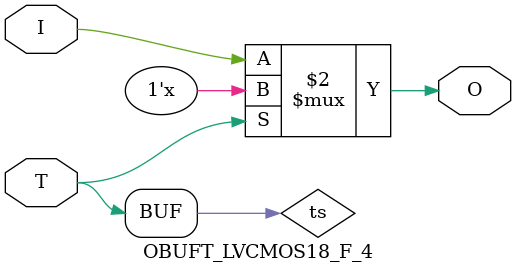
<source format=v>

/*

FUNCTION    : TRI-STATE OUTPUT BUFFER

*/

`celldefine
`timescale  100 ps / 10 ps

module OBUFT_LVCMOS18_F_4 (O, I, T);

    output O;

    input  I, T;

    or O1 (ts, 1'b0, T);
    bufif0 T1 (O, I, ts);

endmodule

</source>
